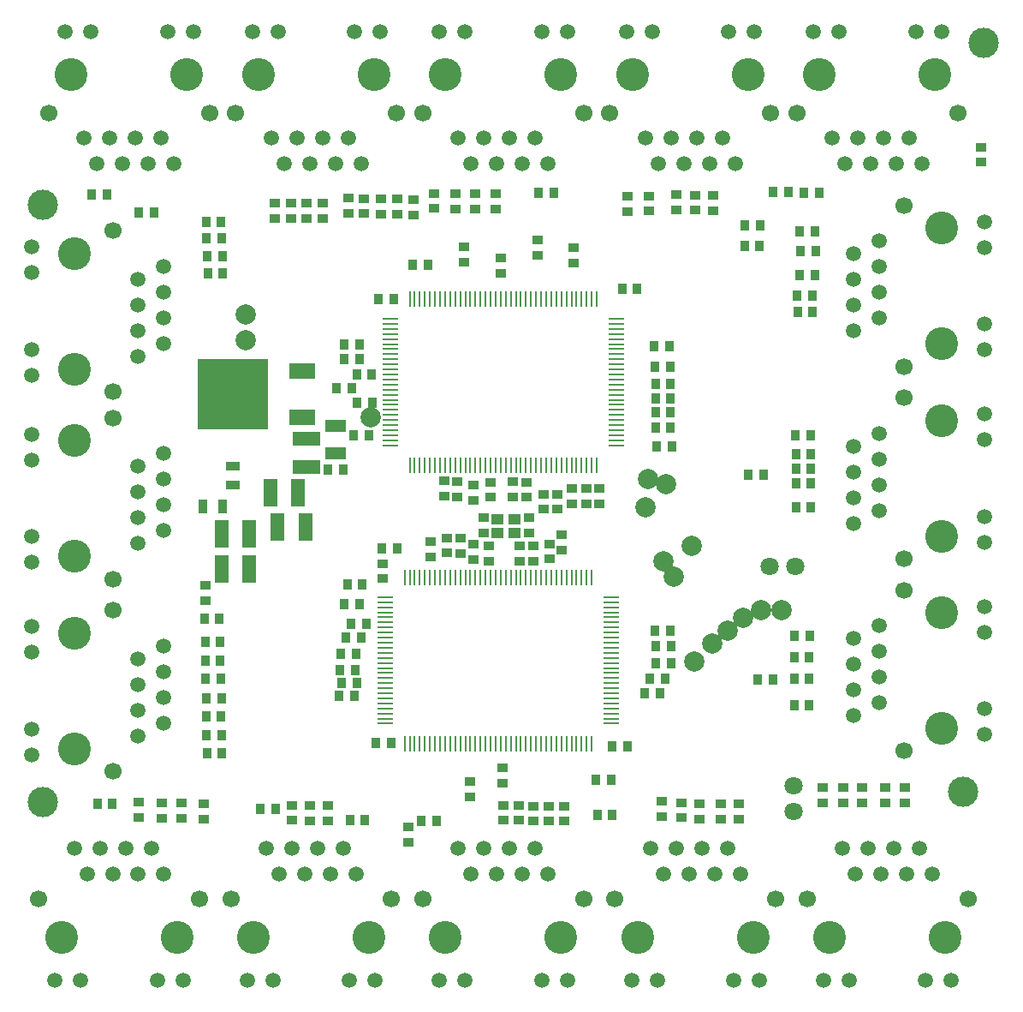
<source format=gts>
G04 #@! TF.FileFunction,Soldermask,Top*
%FSLAX46Y46*%
G04 Gerber Fmt 4.6, Leading zero omitted, Abs format (unit mm)*
G04 Created by KiCad (PCBNEW 4.0.6-e0-6349~53~ubuntu16.04.1) date Sat Apr 29 17:07:01 2017*
%MOMM*%
%LPD*%
G01*
G04 APERTURE LIST*
%ADD10C,0.150000*%
%ADD11R,1.397000X0.889000*%
%ADD12C,3.000000*%
%ADD13R,1.200000X1.100000*%
%ADD14R,0.889000X1.397000*%
%ADD15R,0.280000X1.500000*%
%ADD16R,1.500000X0.280000*%
%ADD17R,2.000000X1.250000*%
%ADD18C,2.000000*%
%ADD19R,2.500000X1.500000*%
%ADD20R,7.000000X7.000000*%
%ADD21C,1.800000*%
%ADD22C,1.500000*%
%ADD23C,3.250000*%
%ADD24C,1.700000*%
%ADD25R,0.899160X1.000760*%
%ADD26R,0.900000X1.000000*%
%ADD27R,1.000760X0.899160*%
%ADD28R,1.000000X0.900000*%
%ADD29R,1.350000X2.700000*%
%ADD30R,2.700000X1.350000*%
G04 APERTURE END LIST*
D10*
D11*
X108750000Y-100797500D03*
X108750000Y-102702500D03*
D12*
X90000000Y-134000000D03*
X90000000Y-75000000D03*
X181000000Y-133000000D03*
X183000000Y-59000000D03*
D13*
X134890000Y-107430000D03*
X136590000Y-107430000D03*
X134890000Y-106030000D03*
X136590000Y-106030000D03*
D14*
X105797500Y-104750000D03*
X107702500Y-104750000D03*
D15*
X144750000Y-84300000D03*
X144250000Y-84300000D03*
X143750000Y-84300000D03*
X143250000Y-84300000D03*
X142750000Y-84300000D03*
X142250000Y-84300000D03*
X141750000Y-84300000D03*
X141250000Y-84300000D03*
X140750000Y-84300000D03*
X140250000Y-84300000D03*
X139750000Y-84300000D03*
X139250000Y-84300000D03*
X138750000Y-84300000D03*
X138250000Y-84300000D03*
X137750000Y-84300000D03*
X137250000Y-84300000D03*
X136750000Y-84300000D03*
X136250000Y-84300000D03*
X135750000Y-84300000D03*
X135250000Y-84300000D03*
X134750000Y-84300000D03*
X134250000Y-84300000D03*
X133750000Y-84300000D03*
X133250000Y-84300000D03*
X132750000Y-84300000D03*
X132250000Y-84300000D03*
X131750000Y-84300000D03*
X131250000Y-84300000D03*
X130750000Y-84300000D03*
X130250000Y-84300000D03*
X129750000Y-84300000D03*
X129250000Y-84300000D03*
X128750000Y-84300000D03*
X128250000Y-84300000D03*
X127750000Y-84300000D03*
X127250000Y-84300000D03*
X126750000Y-84300000D03*
X126250000Y-84300000D03*
D16*
X124300000Y-86250000D03*
X124300000Y-86750000D03*
X124300000Y-87250000D03*
X124300000Y-87750000D03*
X124300000Y-88250000D03*
X124300000Y-88750000D03*
X124300000Y-89250000D03*
X124300000Y-89750000D03*
X124300000Y-90250000D03*
X124300000Y-90750000D03*
X124300000Y-91250000D03*
X124300000Y-91750000D03*
X124300000Y-92250000D03*
X124300000Y-92750000D03*
X124300000Y-93250000D03*
X124300000Y-93750000D03*
X124300000Y-94250000D03*
X124300000Y-94750000D03*
X124300000Y-95250000D03*
X124300000Y-95750000D03*
X124300000Y-96250000D03*
X124300000Y-96750000D03*
X124300000Y-97250000D03*
X124300000Y-97750000D03*
X124300000Y-98250000D03*
X124300000Y-98750000D03*
D15*
X126250000Y-100700000D03*
X126750000Y-100700000D03*
X127250000Y-100700000D03*
X127750000Y-100700000D03*
X128250000Y-100700000D03*
X128750000Y-100700000D03*
X129250000Y-100700000D03*
X129750000Y-100700000D03*
X130250000Y-100700000D03*
X130750000Y-100700000D03*
X131250000Y-100700000D03*
X131750000Y-100700000D03*
X132250000Y-100700000D03*
X132750000Y-100700000D03*
X133250000Y-100700000D03*
X133750000Y-100700000D03*
X134250000Y-100700000D03*
X134750000Y-100700000D03*
X135250000Y-100700000D03*
X135750000Y-100700000D03*
X136250000Y-100700000D03*
X136750000Y-100700000D03*
X137250000Y-100700000D03*
X137750000Y-100700000D03*
X138250000Y-100700000D03*
X138750000Y-100700000D03*
X139250000Y-100700000D03*
X139750000Y-100700000D03*
X140250000Y-100700000D03*
X140750000Y-100700000D03*
X141250000Y-100700000D03*
X141750000Y-100700000D03*
X142250000Y-100700000D03*
X142750000Y-100700000D03*
X143250000Y-100700000D03*
X143750000Y-100700000D03*
X144250000Y-100700000D03*
X144750000Y-100700000D03*
D16*
X146700000Y-98750000D03*
X146700000Y-98250000D03*
X146700000Y-97750000D03*
X146700000Y-97250000D03*
X146700000Y-96750000D03*
X146700000Y-96250000D03*
X146700000Y-95750000D03*
X146700000Y-95250000D03*
X146700000Y-94750000D03*
X146700000Y-94250000D03*
X146700000Y-93750000D03*
X146700000Y-93250000D03*
X146700000Y-92750000D03*
X146700000Y-92250000D03*
X146700000Y-91750000D03*
X146700000Y-91250000D03*
X146700000Y-90750000D03*
X146700000Y-90250000D03*
X146700000Y-89750000D03*
X146700000Y-89250000D03*
X146700000Y-88750000D03*
X146700000Y-88250000D03*
X146700000Y-87750000D03*
X146700000Y-87250000D03*
X146700000Y-86750000D03*
X146700000Y-86250000D03*
D15*
X125750000Y-128200000D03*
X126250000Y-128200000D03*
X126750000Y-128200000D03*
X127250000Y-128200000D03*
X127750000Y-128200000D03*
X128250000Y-128200000D03*
X128750000Y-128200000D03*
X129250000Y-128200000D03*
X129750000Y-128200000D03*
X130250000Y-128200000D03*
X130750000Y-128200000D03*
X131250000Y-128200000D03*
X131750000Y-128200000D03*
X132250000Y-128200000D03*
X132750000Y-128200000D03*
X133250000Y-128200000D03*
X133750000Y-128200000D03*
X134250000Y-128200000D03*
X134750000Y-128200000D03*
X135250000Y-128200000D03*
X135750000Y-128200000D03*
X136250000Y-128200000D03*
X136750000Y-128200000D03*
X137250000Y-128200000D03*
X137750000Y-128200000D03*
X138250000Y-128200000D03*
X138750000Y-128200000D03*
X139250000Y-128200000D03*
X139750000Y-128200000D03*
X140250000Y-128200000D03*
X140750000Y-128200000D03*
X141250000Y-128200000D03*
X141750000Y-128200000D03*
X142250000Y-128200000D03*
X142750000Y-128200000D03*
X143250000Y-128200000D03*
X143750000Y-128200000D03*
X144250000Y-128200000D03*
D16*
X146200000Y-126250000D03*
X146200000Y-125750000D03*
X146200000Y-125250000D03*
X146200000Y-124750000D03*
X146200000Y-124250000D03*
X146200000Y-123750000D03*
X146200000Y-123250000D03*
X146200000Y-122750000D03*
X146200000Y-122250000D03*
X146200000Y-121750000D03*
X146200000Y-121250000D03*
X146200000Y-120750000D03*
X146200000Y-120250000D03*
X146200000Y-119750000D03*
X146200000Y-119250000D03*
X146200000Y-118750000D03*
X146200000Y-118250000D03*
X146200000Y-117750000D03*
X146200000Y-117250000D03*
X146200000Y-116750000D03*
X146200000Y-116250000D03*
X146200000Y-115750000D03*
X146200000Y-115250000D03*
X146200000Y-114750000D03*
X146200000Y-114250000D03*
X146200000Y-113750000D03*
D15*
X144250000Y-111800000D03*
X143750000Y-111800000D03*
X143250000Y-111800000D03*
X142750000Y-111800000D03*
X142250000Y-111800000D03*
X141750000Y-111800000D03*
X141250000Y-111800000D03*
X140750000Y-111800000D03*
X140250000Y-111800000D03*
X139750000Y-111800000D03*
X139250000Y-111800000D03*
X138750000Y-111800000D03*
X138250000Y-111800000D03*
X137750000Y-111800000D03*
X137250000Y-111800000D03*
X136750000Y-111800000D03*
X136250000Y-111800000D03*
X135750000Y-111800000D03*
X135250000Y-111800000D03*
X134750000Y-111800000D03*
X134250000Y-111800000D03*
X133750000Y-111800000D03*
X133250000Y-111800000D03*
X132750000Y-111800000D03*
X132250000Y-111800000D03*
X131750000Y-111800000D03*
X131250000Y-111800000D03*
X130750000Y-111800000D03*
X130250000Y-111800000D03*
X129750000Y-111800000D03*
X129250000Y-111800000D03*
X128750000Y-111800000D03*
X128250000Y-111800000D03*
X127750000Y-111800000D03*
X127250000Y-111800000D03*
X126750000Y-111800000D03*
X126250000Y-111800000D03*
X125750000Y-111800000D03*
D16*
X123800000Y-113750000D03*
X123800000Y-114250000D03*
X123800000Y-114750000D03*
X123800000Y-115250000D03*
X123800000Y-115750000D03*
X123800000Y-116250000D03*
X123800000Y-116750000D03*
X123800000Y-117250000D03*
X123800000Y-117750000D03*
X123800000Y-118250000D03*
X123800000Y-118750000D03*
X123800000Y-119250000D03*
X123800000Y-119750000D03*
X123800000Y-120250000D03*
X123800000Y-120750000D03*
X123800000Y-121250000D03*
X123800000Y-121750000D03*
X123800000Y-122250000D03*
X123800000Y-122750000D03*
X123800000Y-123250000D03*
X123800000Y-123750000D03*
X123800000Y-124250000D03*
X123800000Y-124750000D03*
X123800000Y-125250000D03*
X123800000Y-125750000D03*
X123800000Y-126250000D03*
D17*
X118900000Y-96825000D03*
X118900000Y-99575000D03*
D18*
X110000000Y-88350000D03*
X110000000Y-85850000D03*
D19*
X115650000Y-96000000D03*
X115650000Y-91400000D03*
D20*
X108800000Y-93700000D03*
D21*
X164240000Y-132430160D03*
X164240000Y-134970160D03*
X161808160Y-110744000D03*
X164348160Y-110744000D03*
D18*
X163068000Y-115062000D03*
X161036000Y-115062000D03*
X159258000Y-115824000D03*
X157734000Y-117094000D03*
X156210000Y-118364000D03*
X154432000Y-120142000D03*
X152400000Y-111760000D03*
X122428000Y-96012000D03*
X151638000Y-102616000D03*
X149840000Y-102070000D03*
X149606000Y-104902000D03*
X154178000Y-108712000D03*
X151384000Y-110236000D03*
D22*
X183110000Y-127325000D03*
X183110000Y-124785000D03*
X183110000Y-117215000D03*
X183110000Y-114675000D03*
X172650000Y-116560000D03*
X172650000Y-121630000D03*
X172650000Y-119100000D03*
X172650000Y-124170000D03*
X170110000Y-117820000D03*
X170110000Y-122900000D03*
X170110000Y-120360000D03*
D23*
X178867920Y-115285000D03*
X178867920Y-126715000D03*
D24*
X175100000Y-128950000D03*
X175100000Y-113050000D03*
D22*
X170110000Y-125440000D03*
X167175000Y-151610000D03*
X169715000Y-151610000D03*
X177285000Y-151610000D03*
X179825000Y-151610000D03*
X177940000Y-141150000D03*
X172870000Y-141150000D03*
X175400000Y-141150000D03*
X170330000Y-141150000D03*
X176680000Y-138610000D03*
X171600000Y-138610000D03*
X174140000Y-138610000D03*
D23*
X179215000Y-147367920D03*
X167785000Y-147367920D03*
D24*
X165550000Y-143600000D03*
X181450000Y-143600000D03*
D22*
X169060000Y-138610000D03*
X148175000Y-151610000D03*
X150715000Y-151610000D03*
X158285000Y-151610000D03*
X160825000Y-151610000D03*
X158940000Y-141150000D03*
X153870000Y-141150000D03*
X156400000Y-141150000D03*
X151330000Y-141150000D03*
X157680000Y-138610000D03*
X152600000Y-138610000D03*
X155140000Y-138610000D03*
D23*
X160215000Y-147367920D03*
X148785000Y-147367920D03*
D24*
X146550000Y-143600000D03*
X162450000Y-143600000D03*
D22*
X150060000Y-138610000D03*
X129175000Y-151610000D03*
X131715000Y-151610000D03*
X139285000Y-151610000D03*
X141825000Y-151610000D03*
X139940000Y-141150000D03*
X134870000Y-141150000D03*
X137400000Y-141150000D03*
X132330000Y-141150000D03*
X138680000Y-138610000D03*
X133600000Y-138610000D03*
X136140000Y-138610000D03*
D23*
X141215000Y-147367920D03*
X129785000Y-147367920D03*
D24*
X127550000Y-143600000D03*
X143450000Y-143600000D03*
D22*
X131060000Y-138610000D03*
X110175000Y-151610000D03*
X112715000Y-151610000D03*
X120285000Y-151610000D03*
X122825000Y-151610000D03*
X120940000Y-141150000D03*
X115870000Y-141150000D03*
X118400000Y-141150000D03*
X113330000Y-141150000D03*
X119680000Y-138610000D03*
X114600000Y-138610000D03*
X117140000Y-138610000D03*
D23*
X122215000Y-147367920D03*
X110785000Y-147367920D03*
D24*
X108550000Y-143600000D03*
X124450000Y-143600000D03*
D22*
X112060000Y-138610000D03*
X91175000Y-151610000D03*
X93715000Y-151610000D03*
X101285000Y-151610000D03*
X103825000Y-151610000D03*
X101940000Y-141150000D03*
X96870000Y-141150000D03*
X99400000Y-141150000D03*
X94330000Y-141150000D03*
X100680000Y-138610000D03*
X95600000Y-138610000D03*
X98140000Y-138610000D03*
D23*
X103215000Y-147367920D03*
X91785000Y-147367920D03*
D24*
X89550000Y-143600000D03*
X105450000Y-143600000D03*
D22*
X93060000Y-138610000D03*
X88890000Y-116675000D03*
X88890000Y-119215000D03*
X88890000Y-126785000D03*
X88890000Y-129325000D03*
X99350000Y-127440000D03*
X99350000Y-122370000D03*
X99350000Y-124900000D03*
X99350000Y-119830000D03*
X101890000Y-126180000D03*
X101890000Y-121100000D03*
X101890000Y-123640000D03*
D23*
X93132080Y-128715000D03*
X93132080Y-117285000D03*
D24*
X96900000Y-115050000D03*
X96900000Y-130950000D03*
D22*
X101890000Y-118560000D03*
X88890000Y-97675000D03*
X88890000Y-100215000D03*
X88890000Y-107785000D03*
X88890000Y-110325000D03*
X99350000Y-108440000D03*
X99350000Y-103370000D03*
X99350000Y-105900000D03*
X99350000Y-100830000D03*
X101890000Y-107180000D03*
X101890000Y-102100000D03*
X101890000Y-104640000D03*
D23*
X93132080Y-109715000D03*
X93132080Y-98285000D03*
D24*
X96900000Y-96050000D03*
X96900000Y-111950000D03*
D22*
X101890000Y-99560000D03*
X88890000Y-79175000D03*
X88890000Y-81715000D03*
X88890000Y-89285000D03*
X88890000Y-91825000D03*
X99350000Y-89940000D03*
X99350000Y-84870000D03*
X99350000Y-87400000D03*
X99350000Y-82330000D03*
X101890000Y-88680000D03*
X101890000Y-83600000D03*
X101890000Y-86140000D03*
D23*
X93132080Y-91215000D03*
X93132080Y-79785000D03*
D24*
X96900000Y-77550000D03*
X96900000Y-93450000D03*
D22*
X101890000Y-81060000D03*
X104825000Y-57890000D03*
X102285000Y-57890000D03*
X94715000Y-57890000D03*
X92175000Y-57890000D03*
X94060000Y-68350000D03*
X99130000Y-68350000D03*
X96600000Y-68350000D03*
X101670000Y-68350000D03*
X95320000Y-70890000D03*
X100400000Y-70890000D03*
X97860000Y-70890000D03*
D23*
X92785000Y-62132080D03*
X104215000Y-62132080D03*
D24*
X106450000Y-65900000D03*
X90550000Y-65900000D03*
D22*
X102940000Y-70890000D03*
X123325000Y-57890000D03*
X120785000Y-57890000D03*
X113215000Y-57890000D03*
X110675000Y-57890000D03*
X112560000Y-68350000D03*
X117630000Y-68350000D03*
X115100000Y-68350000D03*
X120170000Y-68350000D03*
X113820000Y-70890000D03*
X118900000Y-70890000D03*
X116360000Y-70890000D03*
D23*
X111285000Y-62132080D03*
X122715000Y-62132080D03*
D24*
X124950000Y-65900000D03*
X109050000Y-65900000D03*
D22*
X121440000Y-70890000D03*
X141825000Y-57890000D03*
X139285000Y-57890000D03*
X131715000Y-57890000D03*
X129175000Y-57890000D03*
X131060000Y-68350000D03*
X136130000Y-68350000D03*
X133600000Y-68350000D03*
X138670000Y-68350000D03*
X132320000Y-70890000D03*
X137400000Y-70890000D03*
X134860000Y-70890000D03*
D23*
X129785000Y-62132080D03*
X141215000Y-62132080D03*
D24*
X143450000Y-65900000D03*
X127550000Y-65900000D03*
D22*
X139940000Y-70890000D03*
X160325000Y-57890000D03*
X157785000Y-57890000D03*
X150215000Y-57890000D03*
X147675000Y-57890000D03*
X149560000Y-68350000D03*
X154630000Y-68350000D03*
X152100000Y-68350000D03*
X157170000Y-68350000D03*
X150820000Y-70890000D03*
X155900000Y-70890000D03*
X153360000Y-70890000D03*
D23*
X148285000Y-62132080D03*
X159715000Y-62132080D03*
D24*
X161950000Y-65900000D03*
X146050000Y-65900000D03*
D22*
X158440000Y-70890000D03*
X178825000Y-57890000D03*
X176285000Y-57890000D03*
X168715000Y-57890000D03*
X166175000Y-57890000D03*
X168060000Y-68350000D03*
X173130000Y-68350000D03*
X170600000Y-68350000D03*
X175670000Y-68350000D03*
X169320000Y-70890000D03*
X174400000Y-70890000D03*
X171860000Y-70890000D03*
D23*
X166785000Y-62132080D03*
X178215000Y-62132080D03*
D24*
X180450000Y-65900000D03*
X164550000Y-65900000D03*
D22*
X176940000Y-70890000D03*
X183110000Y-89325000D03*
X183110000Y-86785000D03*
X183110000Y-79215000D03*
X183110000Y-76675000D03*
X172650000Y-78560000D03*
X172650000Y-83630000D03*
X172650000Y-81100000D03*
X172650000Y-86170000D03*
X170110000Y-79820000D03*
X170110000Y-84900000D03*
X170110000Y-82360000D03*
D23*
X178867920Y-77285000D03*
X178867920Y-88715000D03*
D24*
X175100000Y-90950000D03*
X175100000Y-75050000D03*
D22*
X170110000Y-87440000D03*
X183110000Y-108325000D03*
X183110000Y-105785000D03*
X183110000Y-98215000D03*
X183110000Y-95675000D03*
X172650000Y-97560000D03*
X172650000Y-102630000D03*
X172650000Y-100100000D03*
X172650000Y-105170000D03*
X170110000Y-98820000D03*
X170110000Y-103900000D03*
X170110000Y-101360000D03*
D23*
X178867920Y-96285000D03*
X178867920Y-107715000D03*
D24*
X175100000Y-109950000D03*
X175100000Y-94050000D03*
D22*
X170110000Y-106440000D03*
D25*
X160698160Y-121870000D03*
D26*
X162201840Y-121870000D03*
D27*
X167100000Y-132548160D03*
D28*
X167100000Y-134051840D03*
D27*
X151200000Y-135451840D03*
D28*
X151200000Y-133948160D03*
D27*
X138500000Y-134398160D03*
D28*
X138500000Y-135901840D03*
D25*
X127418160Y-135900000D03*
D26*
X128921840Y-135900000D03*
D25*
X95358160Y-134140000D03*
D26*
X96861840Y-134140000D03*
D25*
X111488160Y-134700000D03*
D26*
X112991840Y-134700000D03*
D27*
X106010000Y-112618160D03*
D28*
X106010000Y-114121840D03*
D25*
X100971840Y-75710000D03*
D26*
X99468160Y-75710000D03*
D25*
X96281840Y-73970000D03*
D26*
X94778160Y-73970000D03*
D27*
X126610000Y-75961840D03*
D28*
X126610000Y-74458160D03*
D25*
X140511840Y-73760000D03*
D26*
X139008160Y-73760000D03*
D27*
X156240000Y-74048160D03*
D28*
X156240000Y-75551840D03*
D25*
X164448160Y-101050000D03*
D26*
X165951840Y-101050000D03*
D27*
X133590000Y-105898160D03*
D28*
X133590000Y-107401840D03*
D27*
X138060000Y-105898160D03*
D28*
X138060000Y-107401840D03*
D25*
X119238160Y-123490000D03*
D26*
X120741840Y-123490000D03*
D25*
X151001840Y-123250000D03*
D26*
X149498160Y-123250000D03*
D25*
X119348160Y-120940000D03*
D26*
X120851840Y-120940000D03*
D25*
X147751840Y-128500000D03*
D26*
X146248160Y-128500000D03*
D25*
X119428160Y-119320000D03*
D26*
X120931840Y-119320000D03*
D25*
X146151840Y-131800000D03*
D26*
X144648160Y-131800000D03*
D25*
X119798160Y-114400000D03*
D26*
X121301840Y-114400000D03*
D25*
X146301840Y-135300000D03*
D26*
X144798160Y-135300000D03*
D27*
X128360000Y-108288160D03*
D28*
X128360000Y-109791840D03*
D27*
X135400000Y-132151840D03*
D28*
X135400000Y-130648160D03*
D27*
X132540000Y-108548160D03*
D28*
X132540000Y-110051840D03*
D27*
X132220000Y-133461840D03*
D28*
X132220000Y-131958160D03*
D27*
X137100000Y-108698160D03*
D28*
X137100000Y-110201840D03*
D27*
X126090000Y-137991840D03*
D28*
X126090000Y-136488160D03*
D27*
X141310000Y-107608160D03*
D28*
X141310000Y-109111840D03*
D25*
X122888160Y-128170000D03*
D26*
X124391840Y-128170000D03*
D25*
X152071840Y-118610000D03*
D26*
X150568160Y-118610000D03*
D25*
X151951840Y-88950000D03*
D26*
X150448160Y-88950000D03*
D27*
X182790000Y-70781840D03*
D28*
X182790000Y-69278160D03*
D25*
X119808160Y-88780000D03*
D26*
X121311840Y-88780000D03*
D25*
X152001840Y-90975000D03*
D26*
X150498160Y-90975000D03*
D25*
X123168160Y-84340000D03*
D26*
X124671840Y-84340000D03*
D25*
X152051840Y-92700000D03*
D26*
X150548160Y-92700000D03*
D25*
X152051840Y-97000000D03*
D26*
X150548160Y-97000000D03*
D27*
X131620000Y-79158160D03*
D28*
X131620000Y-80661840D03*
D27*
X142250000Y-104521840D03*
D28*
X142250000Y-103018160D03*
D27*
X135290000Y-80228160D03*
D28*
X135290000Y-81731840D03*
D27*
X137820000Y-103881840D03*
D28*
X137820000Y-102378160D03*
D27*
X138870000Y-78478160D03*
D28*
X138870000Y-79981840D03*
D27*
X134230000Y-103891840D03*
D28*
X134230000Y-102388160D03*
D27*
X142475000Y-79223160D03*
D28*
X142475000Y-80726840D03*
D27*
X129680000Y-103731840D03*
D28*
X129680000Y-102228160D03*
D25*
X148751840Y-83300000D03*
D26*
X147248160Y-83300000D03*
D25*
X118988160Y-93070000D03*
D26*
X120491840Y-93070000D03*
D25*
X164823160Y-81900000D03*
D26*
X166326840Y-81900000D03*
D25*
X120688160Y-97780000D03*
D26*
X122191840Y-97780000D03*
D25*
X126578160Y-80900000D03*
D26*
X128081840Y-80900000D03*
D25*
X122561840Y-94510000D03*
X121058160Y-94510000D03*
X121311840Y-90210000D03*
X119808160Y-90210000D03*
X150548160Y-94100000D03*
X152051840Y-94100000D03*
X150518160Y-117090000D03*
X152021840Y-117090000D03*
X149998160Y-121800000D03*
X151501840Y-121800000D03*
X121451840Y-117710000D03*
X119948160Y-117710000D03*
X165771840Y-124430000D03*
X164268160Y-124430000D03*
X164278160Y-121820000D03*
X165781840Y-121820000D03*
X165841840Y-117580000D03*
X164338160Y-117580000D03*
X164278160Y-119660000D03*
X165781840Y-119660000D03*
D27*
X169100000Y-134051840D03*
X169100000Y-132548160D03*
X171000000Y-132548160D03*
X171000000Y-134051840D03*
X175260000Y-134101840D03*
X175260000Y-132598160D03*
X173300000Y-132548160D03*
X173300000Y-134051840D03*
X153100000Y-135551840D03*
X153100000Y-134048160D03*
X154900000Y-134148160D03*
X154900000Y-135651840D03*
X158800000Y-135651840D03*
X158800000Y-134148160D03*
X157000000Y-134148160D03*
X157000000Y-135651840D03*
X135500000Y-135801840D03*
X135500000Y-134298160D03*
X137000000Y-134298160D03*
X137000000Y-135801840D03*
X141500000Y-135901840D03*
X141500000Y-134398160D03*
X140000000Y-134398160D03*
X140000000Y-135901840D03*
X114610000Y-135801840D03*
X114610000Y-134298160D03*
X116350000Y-134318160D03*
X116350000Y-135821840D03*
D25*
X120328160Y-135770000D03*
X121831840Y-135770000D03*
D27*
X118160000Y-134378160D03*
X118160000Y-135881840D03*
X99430000Y-135491840D03*
X99430000Y-133988160D03*
X101710000Y-134108160D03*
X101710000Y-135611840D03*
X105860000Y-135671840D03*
X105860000Y-134168160D03*
X103680000Y-134108160D03*
X103680000Y-135611840D03*
D25*
X106138160Y-123750000D03*
X107641840Y-123750000D03*
X107611840Y-125490000D03*
X106108160Y-125490000D03*
X106188160Y-129170000D03*
X107691840Y-129170000D03*
X107651840Y-127380000D03*
X106148160Y-127380000D03*
X120478160Y-116400000D03*
X121981840Y-116400000D03*
X120068160Y-112510000D03*
X121571840Y-112510000D03*
X123488160Y-108950000D03*
X124991840Y-108950000D03*
D27*
X129940000Y-107888160D03*
X129940000Y-109391840D03*
X131260000Y-107908160D03*
X131260000Y-109411840D03*
X134090000Y-108718160D03*
X134090000Y-110221840D03*
X138440000Y-108678160D03*
X138440000Y-110181840D03*
X140060000Y-108478160D03*
X140060000Y-109981840D03*
D25*
X105928160Y-115880000D03*
X107431840Y-115880000D03*
X107521840Y-118190000D03*
X106018160Y-118190000D03*
X106038160Y-121810000D03*
X107541840Y-121810000D03*
X107521840Y-120040000D03*
X106018160Y-120040000D03*
X106108160Y-76710000D03*
X107611840Y-76710000D03*
X107671840Y-78310000D03*
X106168160Y-78310000D03*
X106278160Y-81790000D03*
X107781840Y-81790000D03*
X107731840Y-80060000D03*
X106228160Y-80060000D03*
D27*
X117630000Y-74848160D03*
X117630000Y-76351840D03*
X116070000Y-76331840D03*
X116070000Y-74828160D03*
X112900000Y-74828160D03*
X112900000Y-76331840D03*
X114510000Y-76341840D03*
X114510000Y-74838160D03*
X125010000Y-74398160D03*
X125010000Y-75901840D03*
X123410000Y-75901840D03*
X123410000Y-74398160D03*
X120180000Y-74348160D03*
X120180000Y-75851840D03*
X121750000Y-75871840D03*
X121750000Y-74368160D03*
X134760000Y-73888160D03*
X134760000Y-75391840D03*
X132760000Y-75371840D03*
X132760000Y-73868160D03*
X128670000Y-73848160D03*
X128670000Y-75351840D03*
X130770000Y-75371840D03*
X130770000Y-73868160D03*
X154440000Y-74018160D03*
X154440000Y-75521840D03*
X152610000Y-75471840D03*
X152610000Y-73968160D03*
X147830000Y-74128160D03*
X147830000Y-75631840D03*
X149900000Y-75611840D03*
X149900000Y-74108160D03*
D25*
X159348160Y-79050000D03*
X160851840Y-79050000D03*
X160926840Y-76975000D03*
X159423160Y-76975000D03*
X152201840Y-98825000D03*
X150698160Y-98825000D03*
X162198160Y-73750000D03*
X163701840Y-73750000D03*
D27*
X143750000Y-104501840D03*
X143750000Y-102998160D03*
D25*
X166726840Y-73775000D03*
X165223160Y-73775000D03*
D27*
X140830000Y-105071840D03*
X140830000Y-103568160D03*
X145000000Y-104501840D03*
X145000000Y-102998160D03*
X139490000Y-105071840D03*
X139490000Y-103568160D03*
D25*
X120998160Y-91750000D03*
X122501840Y-91750000D03*
D27*
X136450000Y-103821840D03*
X136450000Y-102318160D03*
X123580000Y-111931840D03*
X123580000Y-110428160D03*
X132540000Y-104181840D03*
X132540000Y-102678160D03*
D25*
X152071840Y-120280000D03*
X150568160Y-120280000D03*
D27*
X130980000Y-103871840D03*
X130980000Y-102368160D03*
D25*
X164598160Y-85600000D03*
X166101840Y-85600000D03*
X166051840Y-84000000D03*
X164548160Y-84000000D03*
X164798160Y-77650000D03*
X166301840Y-77650000D03*
X166376840Y-79525000D03*
X164873160Y-79525000D03*
X164448160Y-104840000D03*
X165951840Y-104840000D03*
X165951840Y-102500000D03*
X164448160Y-102500000D03*
X164398160Y-97725000D03*
X165901840Y-97725000D03*
X165951840Y-99650000D03*
X164448160Y-99650000D03*
X118158160Y-101130000D03*
X119661840Y-101130000D03*
X152051840Y-95500000D03*
X150548160Y-95500000D03*
X161251840Y-101650000D03*
X159748160Y-101650000D03*
X119518160Y-122220000D03*
X121021840Y-122220000D03*
D29*
X110375000Y-107500000D03*
X107625000Y-107500000D03*
X113185000Y-106800000D03*
X115935000Y-106800000D03*
X110375000Y-111000000D03*
X107625000Y-111000000D03*
X112485000Y-103460000D03*
X115235000Y-103460000D03*
D30*
X116000000Y-98125000D03*
X116000000Y-100875000D03*
M02*

</source>
